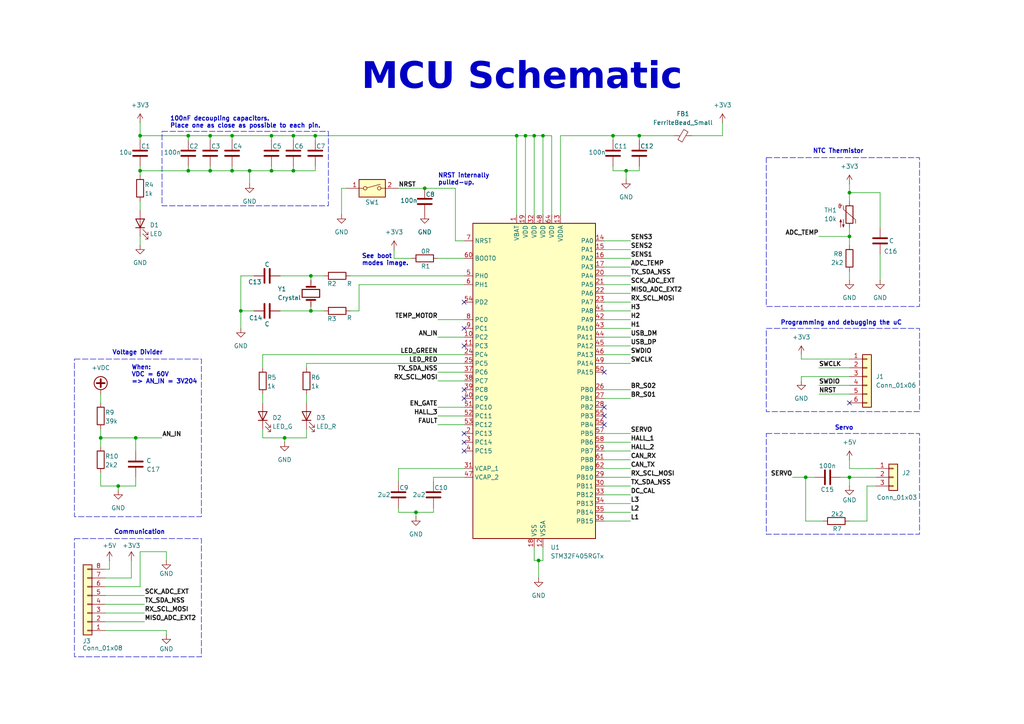
<source format=kicad_sch>
(kicad_sch (version 20231120) (generator "eeschema") (generator_version "8.0")
  (paper "A4")
  (title_block (title "MCU Schematic") (date "2025-01-09") (rev "rev_1") (company "Alpha Amps") (comment 1 "Choaib ELMADI") (comment 2 "choaibamd@gmail.com") (comment 3 "choaib3elmadi@gmail.com") (comment 4 "+212 643 241 400"))
  (lib_symbols
    (symbol "Connector_Generic:Conn_01x03" (pin_names (offset 1.016) hide)
      (property "Reference" "J" (at 0 5.08 0))
      (property "Value" "Conn_01x03" (at 0 -5.08 0))
      (symbol "Conn_01x03_1_1"
        (rectangle (start -1.27 -2.413) (end 0 -2.667) (stroke (width 0.1524)))
        (rectangle (start -1.27 0.127) (end 0 -0.127) (stroke (width 0.1524)))
        (rectangle (start -1.27 2.667) (end 0 2.413) (stroke (width 0.1524)))
        (rectangle (start -1.27 3.81) (end 1.27 -3.81) (stroke (width 0.254)) (fill (type background)))
        (pin passive line (at -5.08 2.54 0) (length 3.81) (name "Pin_1") (number "1"))
        (pin passive line (at -5.08 0 0) (length 3.81) (name "Pin_2") (number "2"))
        (pin passive line (at -5.08 -2.54 0) (length 3.81) (name "Pin_3") (number "3"))
      )
    )
    (symbol "Connector_Generic:Conn_01x06" (pin_names (offset 1.016) hide)
      (property "Reference" "J" (at 0 7.62 0))
      (property "Value" "Conn_01x06" (at 0 -10.16 0))
      (symbol "Conn_01x06_1_1"
        (rectangle (start -1.27 -7.493) (end 0 -7.747) (stroke (width 0.1524)))
        (rectangle (start -1.27 -4.953) (end 0 -5.207) (stroke (width 0.1524)))
        (rectangle (start -1.27 -2.413) (end 0 -2.667) (stroke (width 0.1524)))
        (rectangle (start -1.27 0.127) (end 0 -0.127) (stroke (width 0.1524)))
        (rectangle (start -1.27 2.667) (end 0 2.413) (stroke (width 0.1524)))
        (rectangle (start -1.27 5.207) (end 0 4.953) (stroke (width 0.1524)))
        (rectangle (start -1.27 6.35) (end 1.27 -8.89) (stroke (width 0.254)) (fill (type background)))
        (pin passive line (at -5.08 5.08 0) (length 3.81) (name "Pin_1") (number "1"))
        (pin passive line (at -5.08 2.54 0) (length 3.81) (name "Pin_2") (number "2"))
        (pin passive line (at -5.08 0 0) (length 3.81) (name "Pin_3") (number "3"))
        (pin passive line (at -5.08 -2.54 0) (length 3.81) (name "Pin_4") (number "4"))
        (pin passive line (at -5.08 -5.08 0) (length 3.81) (name "Pin_5") (number "5"))
        (pin passive line (at -5.08 -7.62 0) (length 3.81) (name "Pin_6") (number "6"))
      )
    )
    (symbol "Connector_Generic:Conn_01x08" (pin_names (offset 1.016) hide)
      (property "Reference" "J" (at 0 10.16 0))
      (property "Value" "Conn_01x08" (at 0 -12.7 0))
      (symbol "Conn_01x08_1_1"
        (rectangle (start -1.27 -10.033) (end 0 -10.287) (stroke (width 0.1524)))
        (rectangle (start -1.27 -7.493) (end 0 -7.747) (stroke (width 0.1524)))
        (rectangle (start -1.27 -4.953) (end 0 -5.207) (stroke (width 0.1524)))
        (rectangle (start -1.27 -2.413) (end 0 -2.667) (stroke (width 0.1524)))
        (rectangle (start -1.27 0.127) (end 0 -0.127) (stroke (width 0.1524)))
        (rectangle (start -1.27 2.667) (end 0 2.413) (stroke (width 0.1524)))
        (rectangle (start -1.27 5.207) (end 0 4.953) (stroke (width 0.1524)))
        (rectangle (start -1.27 7.747) (end 0 7.493) (stroke (width 0.1524)))
        (rectangle (start -1.27 8.89) (end 1.27 -11.43) (stroke (width 0.254)) (fill (type background)))
        (pin passive line (at -5.08 7.62 0) (length 3.81) (name "Pin_1") (number "1"))
        (pin passive line (at -5.08 5.08 0) (length 3.81) (name "Pin_2") (number "2"))
        (pin passive line (at -5.08 2.54 0) (length 3.81) (name "Pin_3") (number "3"))
        (pin passive line (at -5.08 0 0) (length 3.81) (name "Pin_4") (number "4"))
        (pin passive line (at -5.08 -2.54 0) (length 3.81) (name "Pin_5") (number "5"))
        (pin passive line (at -5.08 -5.08 0) (length 3.81) (name "Pin_6") (number "6"))
        (pin passive line (at -5.08 -7.62 0) (length 3.81) (name "Pin_7") (number "7"))
        (pin passive line (at -5.08 -10.16 0) (length 3.81) (name "Pin_8") (number "8"))
      )
    )
    (symbol "Device:C" (pin_numbers hide) (pin_names (offset 0.254))
      (property "Reference" "C" (at 0.635 2.54 0))
      (property "Value" "C" (at 0.635 -2.54 0))
      (symbol "C_0_1"
        (polyline (pts (xy -2.032 -0.762) (xy 2.032 -0.762)) (stroke (width 0.508)))
        (polyline (pts (xy -2.032 0.762) (xy 2.032 0.762)) (stroke (width 0.508)))
      )
      (symbol "C_1_1"
        (pin passive line (at 0 3.81 270) (length 2.794) (name "~") (number "1"))
        (pin passive line (at 0 -3.81 90) (length 2.794) (name "~") (number "2"))
      )
    )
    (symbol "Device:Crystal" (pin_numbers hide) (pin_names (offset 1.016) hide)
      (property "Reference" "Y" (at 0 3.81 0))
      (property "Value" "Crystal" (at 0 -3.81 0))
      (symbol "Crystal_0_1"
        (rectangle (start -1.143 2.54) (end 1.143 -2.54) (stroke (width 0.3048)))
        (polyline (pts (xy -2.54 0) (xy -1.905 0)))
        (polyline (pts (xy -1.905 -1.27) (xy -1.905 1.27)) (stroke (width 0.508)))
        (polyline (pts (xy 1.905 -1.27) (xy 1.905 1.27)) (stroke (width 0.508)))
        (polyline (pts (xy 2.54 0) (xy 1.905 0)))
      )
      (symbol "Crystal_1_1"
        (pin passive line (at -3.81 0 0) (length 1.27) (name "1") (number "1"))
        (pin passive line (at 3.81 0 180) (length 1.27) (name "2") (number "2"))
      )
    )
    (symbol "Device:FerriteBead_Small" (pin_numbers hide) (pin_names (offset 0))
      (property "Reference" "FB" (at 1.905 1.27 0))
      (property "Value" "FerriteBead_Small" (at 1.905 -1.27 0))
      (symbol "FerriteBead_Small_0_1"
        (polyline (pts (xy 0 -1.27) (xy 0 -0.7874)))
        (polyline (pts (xy 0 0.889) (xy 0 1.2954)))
        (polyline (pts (xy -1.8288 0.2794) (xy -1.1176 1.4986) (xy 1.8288 -0.2032) (xy 1.1176 -1.4224) (xy -1.8288 0.2794)))
      )
      (symbol "FerriteBead_Small_1_1"
        (pin passive line (at 0 2.54 270) (length 1.27) (name "~") (number "1"))
        (pin passive line (at 0 -2.54 90) (length 1.27) (name "~") (number "2"))
      )
    )
    (symbol "Device:LED" (pin_numbers hide) (pin_names (offset 1.016) hide)
      (property "Reference" "D" (at 0 2.54 0))
      (property "Value" "LED" (at 0 -2.54 0))
      (symbol "LED_0_1"
        (polyline (pts (xy -1.27 -1.27) (xy -1.27 1.27)) (stroke (width 0.254)))
        (polyline (pts (xy -1.27 0) (xy 1.27 0)))
        (polyline (pts (xy 1.27 -1.27) (xy 1.27 1.27) (xy -1.27 0) (xy 1.27 -1.27)) (stroke (width 0.254)))
        (polyline (pts (xy -3.048 -0.762) (xy -4.572 -2.286) (xy -3.81 -2.286) (xy -4.572 -2.286) (xy -4.572 -1.524)))
        (polyline (pts (xy -1.778 -0.762) (xy -3.302 -2.286) (xy -2.54 -2.286) (xy -3.302 -2.286) (xy -3.302 -1.524)))
      )
      (symbol "LED_1_1"
        (pin passive line (at -3.81 0 0) (length 2.54) (name "K") (number "1"))
        (pin passive line (at 3.81 0 180) (length 2.54) (name "A") (number "2"))
      )
    )
    (symbol "Device:R" (pin_numbers hide) (pin_names (offset 0))
      (property "Reference" "R" (at 2.032 0 90))
      (property "Value" "R" (at 0 0 90))
      (symbol "R_0_1"
        (rectangle (start -1.016 -2.54) (end 1.016 2.54) (stroke (width 0.254)))
      )
      (symbol "R_1_1"
        (pin passive line (at 0 3.81 270) (length 1.27) (name "~") (number "1"))
        (pin passive line (at 0 -3.81 90) (length 1.27) (name "~") (number "2"))
      )
    )
    (symbol "Device:Thermistor_NTC" (pin_numbers hide) (pin_names (offset 0))
      (property "Reference" "TH" (at -4.445 0 90))
      (property "Value" "Thermistor_NTC" (at 3.175 0 90))
      (symbol "Thermistor_NTC_0_1"
        (arc (start -3.048 2.159) (mid -3.0495 2.3143) (end -3.175 2.413))
        (arc (start -3.048 2.159) (mid -2.9736 1.9794) (end -2.794 1.905))
        (arc (start -3.048 2.794) (mid -2.9736 2.6144) (end -2.794 2.54))
        (arc (start -2.794 1.905) (mid -2.6144 1.9794) (end -2.54 2.159))
        (arc (start -2.794 2.54) (mid -2.4393 2.5587) (end -2.159 2.794))
        (arc (start -2.794 3.048) (mid -2.9736 2.9736) (end -3.048 2.794))
        (arc (start -2.54 2.794) (mid -2.6144 2.9736) (end -2.794 3.048))
        (rectangle (start -1.016 2.54) (end 1.016 -2.54) (stroke (width 0.254)))
        (polyline (pts (xy -2.54 2.159) (xy -2.54 2.794)))
        (polyline (pts (xy -1.778 2.54) (xy -1.778 1.524) (xy 1.778 -1.524) (xy 1.778 -2.54)))
        (polyline (pts (xy -2.54 -3.683) (xy -2.54 -1.397) (xy -2.794 -2.159) (xy -2.286 -2.159) (xy -2.54 -1.397) (xy -2.54 -1.651)) (fill (type outline)))
        (polyline (pts (xy -1.778 -1.397) (xy -1.778 -3.683) (xy -2.032 -2.921) (xy -1.524 -2.921) (xy -1.778 -3.683) (xy -1.778 -3.429)) (fill (type outline)))
      )
      (symbol "Thermistor_NTC_1_1"
        (pin passive line (at 0 3.81 270) (length 1.27) (name "~") (number "1"))
        (pin passive line (at 0 -3.81 90) (length 1.27) (name "~") (number "2"))
      )
    )
    (symbol "MCU_ST_STM32F4:STM32F405RGTx"
      (property "Reference" "U" (at -17.78 46.99 0))
      (property "Value" "STM32F405RGTx" (at 10.16 46.99 0))
      (symbol "STM32F405RGTx_0_1"
        (rectangle (start -17.78 -45.72) (end 17.78 45.72) (stroke (width 0.254)) (fill (type background)))
      )
      (symbol "STM32F405RGTx_1_1"
        (pin power_in line (at -5.08 48.26 270) (length 2.54) (name "VBAT") (number "1"))
        (pin bidirectional line (at -20.32 12.7 0) (length 2.54) (name "PC2") (number "10"))
        (pin bidirectional line (at -20.32 10.16 0) (length 2.54) (name "PC3") (number "11"))
        (pin power_in line (at 2.54 -48.26 90) (length 2.54) (name "VSSA") (number "12"))
        (pin power_in line (at 7.62 48.26 270) (length 2.54) (name "VDDA") (number "13"))
        (pin bidirectional line (at 20.32 40.64 180) (length 2.54) (name "PA0") (number "14"))
        (pin bidirectional line (at 20.32 38.1 180) (length 2.54) (name "PA1") (number "15"))
        (pin bidirectional line (at 20.32 35.56 180) (length 2.54) (name "PA2") (number "16"))
        (pin bidirectional line (at 20.32 33.02 180) (length 2.54) (name "PA3") (number "17"))
        (pin power_in line (at 0 -48.26 90) (length 2.54) (name "VSS") (number "18"))
        (pin power_in line (at -2.54 48.26 270) (length 2.54) (name "VDD") (number "19"))
        (pin bidirectional line (at -20.32 -15.24 0) (length 2.54) (name "PC13") (number "2"))
        (pin bidirectional line (at 20.32 30.48 180) (length 2.54) (name "PA4") (number "20"))
        (pin bidirectional line (at 20.32 27.94 180) (length 2.54) (name "PA5") (number "21"))
        (pin bidirectional line (at 20.32 25.4 180) (length 2.54) (name "PA6") (number "22"))
        (pin bidirectional line (at 20.32 22.86 180) (length 2.54) (name "PA7") (number "23"))
        (pin bidirectional line (at -20.32 7.62 0) (length 2.54) (name "PC4") (number "24"))
        (pin bidirectional line (at -20.32 5.08 0) (length 2.54) (name "PC5") (number "25"))
        (pin bidirectional line (at 20.32 -2.54 180) (length 2.54) (name "PB0") (number "26"))
        (pin bidirectional line (at 20.32 -5.08 180) (length 2.54) (name "PB1") (number "27"))
        (pin bidirectional line (at 20.32 -7.62 180) (length 2.54) (name "PB2") (number "28"))
        (pin bidirectional line (at 20.32 -27.94 180) (length 2.54) (name "PB10") (number "29"))
        (pin bidirectional line (at -20.32 -17.78 0) (length 2.54) (name "PC14") (number "3"))
        (pin bidirectional line (at 20.32 -30.48 180) (length 2.54) (name "PB11") (number "30"))
        (pin power_out line (at -20.32 -25.4 0) (length 2.54) (name "VCAP_1") (number "31"))
        (pin power_in line (at 0 48.26 270) (length 2.54) (name "VDD") (number "32"))
        (pin bidirectional line (at 20.32 -33.02 180) (length 2.54) (name "PB12") (number "33"))
        (pin bidirectional line (at 20.32 -35.56 180) (length 2.54) (name "PB13") (number "34"))
        (pin bidirectional line (at 20.32 -38.1 180) (length 2.54) (name "PB14") (number "35"))
        (pin bidirectional line (at 20.32 -40.64 180) (length 2.54) (name "PB15") (number "36"))
        (pin bidirectional line (at -20.32 2.54 0) (length 2.54) (name "PC6") (number "37"))
        (pin bidirectional line (at -20.32 0 0) (length 2.54) (name "PC7") (number "38"))
        (pin bidirectional line (at -20.32 -2.54 0) (length 2.54) (name "PC8") (number "39"))
        (pin bidirectional line (at -20.32 -20.32 0) (length 2.54) (name "PC15") (number "4"))
        (pin bidirectional line (at -20.32 -5.08 0) (length 2.54) (name "PC9") (number "40"))
        (pin bidirectional line (at 20.32 20.32 180) (length 2.54) (name "PA8") (number "41"))
        (pin bidirectional line (at 20.32 17.78 180) (length 2.54) (name "PA9") (number "42"))
        (pin bidirectional line (at 20.32 15.24 180) (length 2.54) (name "PA10") (number "43"))
        (pin bidirectional line (at 20.32 12.7 180) (length 2.54) (name "PA11") (number "44"))
        (pin bidirectional line (at 20.32 10.16 180) (length 2.54) (name "PA12") (number "45"))
        (pin bidirectional line (at 20.32 7.62 180) (length 2.54) (name "PA13") (number "46"))
        (pin power_out line (at -20.32 -27.94 0) (length 2.54) (name "VCAP_2") (number "47"))
        (pin power_in line (at 2.54 48.26 270) (length 2.54) (name "VDD") (number "48"))
        (pin bidirectional line (at 20.32 5.08 180) (length 2.54) (name "PA14") (number "49"))
        (pin bidirectional line (at -20.32 30.48 0) (length 2.54) (name "PH0") (number "5"))
        (pin bidirectional line (at 20.32 2.54 180) (length 2.54) (name "PA15") (number "50"))
        (pin bidirectional line (at -20.32 -7.62 0) (length 2.54) (name "PC10") (number "51"))
        (pin bidirectional line (at -20.32 -10.16 0) (length 2.54) (name "PC11") (number "52"))
        (pin bidirectional line (at -20.32 -12.7 0) (length 2.54) (name "PC12") (number "53"))
        (pin bidirectional line (at -20.32 22.86 0) (length 2.54) (name "PD2") (number "54"))
        (pin bidirectional line (at 20.32 -10.16 180) (length 2.54) (name "PB3") (number "55"))
        (pin bidirectional line (at 20.32 -12.7 180) (length 2.54) (name "PB4") (number "56"))
        (pin bidirectional line (at 20.32 -15.24 180) (length 2.54) (name "PB5") (number "57"))
        (pin bidirectional line (at 20.32 -17.78 180) (length 2.54) (name "PB6") (number "58"))
        (pin bidirectional line (at 20.32 -20.32 180) (length 2.54) (name "PB7") (number "59"))
        (pin bidirectional line (at -20.32 27.94 0) (length 2.54) (name "PH1") (number "6"))
        (pin input line (at -20.32 35.56 0) (length 2.54) (name "BOOT0") (number "60"))
        (pin bidirectional line (at 20.32 -22.86 180) (length 2.54) (name "PB8") (number "61"))
        (pin bidirectional line (at 20.32 -25.4 180) (length 2.54) (name "PB9") (number "62"))
        (pin passive line (at 0 -48.26 90) (length 2.54) hide (name "VSS") (number "63"))
        (pin power_in line (at 5.08 48.26 270) (length 2.54) (name "VDD") (number "64"))
        (pin input line (at -20.32 40.64 0) (length 2.54) (name "NRST") (number "7"))
        (pin bidirectional line (at -20.32 17.78 0) (length 2.54) (name "PC0") (number "8"))
        (pin bidirectional line (at -20.32 15.24 0) (length 2.54) (name "PC1") (number "9"))
      )
    )
    (symbol "Switch:SW_DIP_x01" (pin_names (offset 0) hide)
      (property "Reference" "SW" (at 0 3.81 0))
      (property "Value" "SW_DIP_x01" (at 0 -3.81 0))
      (symbol "SW_DIP_x01_0_0"
        (circle (center -2.032 0) (radius 0.508))
        (polyline (pts (xy -1.524 0.127) (xy 2.3622 1.1684)))
        (circle (center 2.032 0) (radius 0.508))
      )
      (symbol "SW_DIP_x01_0_1"
        (rectangle (start -3.81 2.54) (end 3.81 -2.54) (stroke (width 0.254)) (fill (type background)))
      )
      (symbol "SW_DIP_x01_1_1"
        (pin passive line (at -7.62 0 0) (length 5.08) (name "~") (number "1"))
        (pin passive line (at 7.62 0 180) (length 5.08) (name "~") (number "2"))
      )
    )
    (symbol "power:+3V3" (power) (pin_numbers hide) (pin_names (offset 0) hide)
      (property "Value" "+3V3" (at 0 3.556 0))
      (symbol "+3V3_0_1"
        (polyline (pts (xy -0.762 1.27) (xy 0 2.54)))
        (polyline (pts (xy 0 0) (xy 0 2.54)))
        (polyline (pts (xy 0 2.54) (xy 0.762 1.27)))
      )
      (symbol "+3V3_1_1"
        (pin power_in line (at 0 0 90) (length 0) (name "~") (number "1"))
      )
    )
    (symbol "power:+5V" (power) (pin_numbers hide) (pin_names (offset 0) hide)
      (property "Value" "+5V" (at 0 3.556 0))
      (symbol "+5V_0_1"
        (polyline (pts (xy -0.762 1.27) (xy 0 2.54)))
        (polyline (pts (xy 0 0) (xy 0 2.54)))
        (polyline (pts (xy 0 2.54) (xy 0.762 1.27)))
      )
      (symbol "+5V_1_1"
        (pin power_in line (at 0 0 90) (length 0) (name "~") (number "1"))
      )
    )
    (symbol "power:+VDC" (power) (pin_numbers hide) (pin_names (offset 0) hide)
      (property "Value" "+VDC" (at 0 6.35 0))
      (symbol "+VDC_0_1"
        (polyline (pts (xy -1.143 3.175) (xy 1.143 3.175)) (stroke (width 0.508)))
        (polyline (pts (xy 0 0) (xy 0 1.27)))
        (polyline (pts (xy 0 2.032) (xy 0 4.318)) (stroke (width 0.508)))
        (circle (center 0 3.175) (radius 1.905) (stroke (width 0.254)))
      )
      (symbol "+VDC_1_1"
        (pin power_in line (at 0 0 90) (length 0) (name "~") (number "1"))
      )
    )
    (symbol "power:GND" (power) (pin_numbers hide) (pin_names (offset 0) hide)
      (property "Value" "GND" (at 0 -3.81 0))
      (symbol "GND_0_1"
        (polyline (pts (xy 0 0) (xy 0 -1.27) (xy 1.27 -1.27) (xy 0 -2.54) (xy -1.27 -1.27) (xy 0 -1.27)))
      )
      (symbol "GND_1_1"
        (pin power_in line (at 0 0 270) (length 0) (name "~") (number "1"))
      )
    )
  )
  (junction (at 40.64 49.53))
  (junction (at 123.19 54.61))
  (junction (at 85.09 39.37))
  (junction (at 78.74 49.53))
  (junction (at 246.38 55.88))
  (junction (at 246.38 68.58))
  (junction (at 54.61 49.53))
  (junction (at 78.74 39.37))
  (junction (at 154.94 39.37))
  (junction (at 82.55 127))
  (junction (at 157.48 39.37))
  (junction (at 181.61 49.53))
  (junction (at 67.31 39.37))
  (junction (at 72.39 49.53))
  (junction (at 177.8 39.37))
  (junction (at 39.37 127))
  (junction (at 120.65 148.59))
  (junction (at 90.17 90.17))
  (junction (at 29.21 127))
  (junction (at 54.61 39.37))
  (junction (at 90.17 80.01))
  (junction (at 156.21 162.56))
  (junction (at 69.85 90.17))
  (junction (at 40.64 39.37))
  (junction (at 91.44 39.37))
  (junction (at 60.96 39.37))
  (junction (at 149.86 39.37))
  (junction (at 85.09 49.53))
  (junction (at 67.31 49.53))
  (junction (at 34.29 140.97))
  (junction (at 246.38 138.43))
  (junction (at 185.42 39.37))
  (junction (at 60.96 49.53))
  (junction (at 152.4 39.37))
  (junction (at 233.68 138.43))
  (no_connect (at 134.62 125.73))
  (no_connect (at 175.26 118.11))
  (no_connect (at 134.62 113.03))
  (no_connect (at 175.26 120.65))
  (no_connect (at 134.62 128.27))
  (no_connect (at 175.26 107.95))
  (no_connect (at 134.62 87.63))
  (no_connect (at 134.62 100.33))
  (no_connect (at 175.26 123.19))
  (no_connect (at 134.62 95.25))
  (no_connect (at 134.62 130.81))
  (no_connect (at 134.62 115.57))
  (no_connect (at 246.38 116.84))
  (wire (pts (xy 246.38 68.58) (xy 246.38 71.12)))
  (wire (pts (xy 30.48 172.72) (xy 41.91 172.72)))
  (wire (pts (xy 182.88 143.51) (xy 175.26 143.51)))
  (wire (pts (xy 114.3 72.39) (xy 114.3 74.93)))
  (wire (pts (xy 157.48 162.56) (xy 157.48 158.75)))
  (wire (pts (xy 78.74 39.37) (xy 85.09 39.37)))
  (wire (pts (xy 40.64 49.53) (xy 40.64 48.26)))
  (wire (pts (xy 48.26 182.88) (xy 48.26 184.15)))
  (wire (pts (xy 90.17 90.17) (xy 90.17 88.9)))
  (wire (pts (xy 182.88 133.35) (xy 175.26 133.35)))
  (wire (pts (xy 185.42 39.37) (xy 195.58 39.37)))
  (wire (pts (xy 182.88 148.59) (xy 175.26 148.59)))
  (wire (pts (xy 134.62 97.79) (xy 127 97.79)))
  (wire (pts (xy 125.73 139.7) (xy 125.73 138.43)))
  (wire (pts (xy 157.48 39.37) (xy 157.48 62.23)))
  (wire (pts (xy 255.27 66.04) (xy 255.27 55.88)))
  (wire (pts (xy 246.38 55.88) (xy 246.38 58.42)))
  (wire (pts (xy 134.62 92.71) (xy 127 92.71)))
  (wire (pts (xy 182.88 130.81) (xy 175.26 130.81)))
  (wire (pts (xy 175.26 80.01) (xy 182.88 80.01)))
  (wire (pts (xy 40.64 39.37) (xy 54.61 39.37)))
  (wire (pts (xy 40.64 39.37) (xy 40.64 40.64)))
  (wire (pts (xy 246.38 104.14) (xy 232.41 104.14)))
  (wire (pts (xy 34.29 140.97) (xy 39.37 140.97)))
  (wire (pts (xy 54.61 39.37) (xy 54.61 40.64)))
  (wire (pts (xy 185.42 40.64) (xy 185.42 39.37)))
  (wire (pts (xy 182.88 115.57) (xy 175.26 115.57)))
  (wire (pts (xy 60.96 49.53) (xy 67.31 49.53)))
  (wire (pts (xy 157.48 39.37) (xy 160.02 39.37)))
  (wire (pts (xy 82.55 127) (xy 82.55 128.27)))
  (wire (pts (xy 60.96 48.26) (xy 60.96 49.53)))
  (wire (pts (xy 29.21 114.3) (xy 29.21 116.84)))
  (wire (pts (xy 255.27 55.88) (xy 246.38 55.88)))
  (wire (pts (xy 182.88 125.73) (xy 175.26 125.73)))
  (wire (pts (xy 101.6 90.17) (xy 104.14 90.17)))
  (wire (pts (xy 40.64 49.53) (xy 54.61 49.53)))
  (wire (pts (xy 182.88 92.71) (xy 175.26 92.71)))
  (wire (pts (xy 182.88 69.85) (xy 175.26 69.85)))
  (wire (pts (xy 60.96 40.64) (xy 60.96 39.37)))
  (wire (pts (xy 99.06 54.61) (xy 99.06 62.23)))
  (wire (pts (xy 182.88 138.43) (xy 175.26 138.43)))
  (wire (pts (xy 115.57 54.61) (xy 123.19 54.61)))
  (wire (pts (xy 81.28 90.17) (xy 90.17 90.17)))
  (wire (pts (xy 76.2 114.3) (xy 76.2 116.84)))
  (wire (pts (xy 229.87 138.43) (xy 233.68 138.43)))
  (wire (pts (xy 182.88 135.89) (xy 175.26 135.89)))
  (wire (pts (xy 91.44 39.37) (xy 149.86 39.37)))
  (wire (pts (xy 104.14 90.17) (xy 104.14 82.55)))
  (wire (pts (xy 54.61 39.37) (xy 60.96 39.37)))
  (wire (pts (xy 246.38 53.34) (xy 246.38 55.88)))
  (wire (pts (xy 82.55 127) (xy 88.9 127)))
  (wire (pts (xy 149.86 39.37) (xy 152.4 39.37)))
  (wire (pts (xy 114.3 74.93) (xy 119.38 74.93)))
  (wire (pts (xy 91.44 40.64) (xy 91.44 39.37)))
  (wire (pts (xy 254 135.89) (xy 246.38 135.89)))
  (wire (pts (xy 246.38 109.22) (xy 232.41 109.22)))
  (wire (pts (xy 85.09 39.37) (xy 91.44 39.37)))
  (wire (pts (xy 177.8 39.37) (xy 185.42 39.37)))
  (wire (pts (xy 134.62 123.19) (xy 127 123.19)))
  (wire (pts (xy 175.26 87.63) (xy 182.88 87.63)))
  (wire (pts (xy 39.37 127) (xy 46.99 127)))
  (wire (pts (xy 85.09 40.64) (xy 85.09 39.37)))
  (wire (pts (xy 181.61 49.53) (xy 185.42 49.53)))
  (wire (pts (xy 100.33 54.61) (xy 99.06 54.61)))
  (wire (pts (xy 78.74 49.53) (xy 85.09 49.53)))
  (wire (pts (xy 255.27 73.66) (xy 255.27 81.28)))
  (wire (pts (xy 78.74 48.26) (xy 78.74 49.53)))
  (wire (pts (xy 177.8 39.37) (xy 162.56 39.37)))
  (wire (pts (xy 40.64 35.56) (xy 40.64 39.37)))
  (wire (pts (xy 182.88 95.25) (xy 175.26 95.25)))
  (wire (pts (xy 243.84 138.43) (xy 246.38 138.43)))
  (wire (pts (xy 30.48 180.34) (xy 41.91 180.34)))
  (wire (pts (xy 175.26 82.55) (xy 182.88 82.55)))
  (wire (pts (xy 39.37 130.81) (xy 39.37 127)))
  (wire (pts (xy 156.21 162.56) (xy 157.48 162.56)))
  (wire (pts (xy 81.28 80.01) (xy 90.17 80.01)))
  (wire (pts (xy 246.38 138.43) (xy 246.38 140.97)))
  (wire (pts (xy 246.38 133.35) (xy 246.38 135.89)))
  (wire (pts (xy 31.75 165.1) (xy 30.48 165.1)))
  (wire (pts (xy 69.85 90.17) (xy 73.66 90.17)))
  (wire (pts (xy 78.74 40.64) (xy 78.74 39.37)))
  (wire (pts (xy 104.14 82.55) (xy 134.62 82.55)))
  (wire (pts (xy 67.31 39.37) (xy 78.74 39.37)))
  (wire (pts (xy 175.26 90.17) (xy 182.88 90.17)))
  (wire (pts (xy 69.85 80.01) (xy 69.85 90.17)))
  (wire (pts (xy 29.21 124.46) (xy 29.21 127)))
  (wire (pts (xy 40.64 68.58) (xy 40.64 71.12)))
  (wire (pts (xy 134.62 118.11) (xy 127 118.11)))
  (wire (pts (xy 115.57 148.59) (xy 120.65 148.59)))
  (wire (pts (xy 156.21 162.56) (xy 156.21 167.64)))
  (wire (pts (xy 182.88 128.27) (xy 175.26 128.27)))
  (wire (pts (xy 177.8 49.53) (xy 181.61 49.53)))
  (wire (pts (xy 233.68 151.13) (xy 233.68 138.43)))
  (wire (pts (xy 182.88 74.93) (xy 175.26 74.93)))
  (wire (pts (xy 251.46 140.97) (xy 251.46 151.13)))
  (wire (pts (xy 182.88 140.97) (xy 175.26 140.97)))
  (wire (pts (xy 76.2 102.87) (xy 134.62 102.87)))
  (wire (pts (xy 182.88 72.39) (xy 175.26 72.39)))
  (wire (pts (xy 162.56 39.37) (xy 162.56 62.23)))
  (wire (pts (xy 88.9 105.41) (xy 134.62 105.41)))
  (wire (pts (xy 132.08 69.85) (xy 134.62 69.85)))
  (wire (pts (xy 30.48 175.26) (xy 41.91 175.26)))
  (wire (pts (xy 237.49 68.58) (xy 246.38 68.58)))
  (wire (pts (xy 40.64 58.42) (xy 40.64 60.96)))
  (wire (pts (xy 38.1 162.56) (xy 38.1 167.64)))
  (wire (pts (xy 115.57 139.7) (xy 115.57 135.89)))
  (wire (pts (xy 30.48 170.18) (xy 40.64 170.18)))
  (wire (pts (xy 40.64 160.02) (xy 48.26 160.02)))
  (wire (pts (xy 177.8 48.26) (xy 177.8 49.53)))
  (wire (pts (xy 233.68 138.43) (xy 236.22 138.43)))
  (wire (pts (xy 29.21 137.16) (xy 29.21 140.97)))
  (wire (pts (xy 134.62 107.95) (xy 127 107.95)))
  (wire (pts (xy 182.88 105.41) (xy 175.26 105.41)))
  (wire (pts (xy 237.49 111.76) (xy 246.38 111.76)))
  (wire (pts (xy 182.88 146.05) (xy 175.26 146.05)))
  (wire (pts (xy 88.9 106.68) (xy 88.9 105.41)))
  (wire (pts (xy 76.2 127) (xy 82.55 127)))
  (wire (pts (xy 90.17 80.01) (xy 90.17 81.28)))
  (wire (pts (xy 115.57 147.32) (xy 115.57 148.59)))
  (wire (pts (xy 154.94 162.56) (xy 156.21 162.56)))
  (wire (pts (xy 67.31 49.53) (xy 72.39 49.53)))
  (wire (pts (xy 85.09 48.26) (xy 85.09 49.53)))
  (wire (pts (xy 90.17 80.01) (xy 93.98 80.01)))
  (wire (pts (xy 237.49 106.68) (xy 246.38 106.68)))
  (wire (pts (xy 254 138.43) (xy 246.38 138.43)))
  (wire (pts (xy 182.88 151.13) (xy 175.26 151.13)))
  (wire (pts (xy 232.41 102.87) (xy 232.41 104.14)))
  (wire (pts (xy 152.4 39.37) (xy 154.94 39.37)))
  (wire (pts (xy 48.26 160.02) (xy 48.26 162.56)))
  (wire (pts (xy 85.09 49.53) (xy 91.44 49.53)))
  (wire (pts (xy 246.38 66.04) (xy 246.38 68.58)))
  (wire (pts (xy 182.88 102.87) (xy 175.26 102.87)))
  (wire (pts (xy 30.48 167.64) (xy 38.1 167.64)))
  (wire (pts (xy 182.88 100.33) (xy 175.26 100.33)))
  (wire (pts (xy 31.75 162.56) (xy 31.75 165.1)))
  (wire (pts (xy 246.38 78.74) (xy 246.38 81.28)))
  (wire (pts (xy 60.96 39.37) (xy 67.31 39.37)))
  (wire (pts (xy 40.64 49.53) (xy 40.64 50.8)))
  (wire (pts (xy 233.68 151.13) (xy 238.76 151.13)))
  (wire (pts (xy 125.73 138.43) (xy 134.62 138.43)))
  (wire (pts (xy 30.48 177.8) (xy 41.91 177.8)))
  (wire (pts (xy 29.21 140.97) (xy 34.29 140.97)))
  (wire (pts (xy 67.31 40.64) (xy 67.31 39.37)))
  (wire (pts (xy 152.4 39.37) (xy 152.4 62.23)))
  (wire (pts (xy 30.48 182.88) (xy 48.26 182.88)))
  (wire (pts (xy 54.61 48.26) (xy 54.61 49.53)))
  (wire (pts (xy 91.44 49.53) (xy 91.44 48.26)))
  (wire (pts (xy 88.9 124.46) (xy 88.9 127)))
  (wire (pts (xy 175.26 85.09) (xy 182.88 85.09)))
  (wire (pts (xy 40.64 160.02) (xy 40.64 170.18)))
  (wire (pts (xy 232.41 109.22) (xy 232.41 110.49)))
  (wire (pts (xy 67.31 48.26) (xy 67.31 49.53)))
  (wire (pts (xy 88.9 114.3) (xy 88.9 116.84)))
  (wire (pts (xy 154.94 158.75) (xy 154.94 162.56)))
  (wire (pts (xy 120.65 148.59) (xy 120.65 149.86)))
  (wire (pts (xy 69.85 90.17) (xy 69.85 95.25)))
  (wire (pts (xy 72.39 49.53) (xy 72.39 53.34)))
  (wire (pts (xy 149.86 62.23) (xy 149.86 39.37)))
  (wire (pts (xy 177.8 40.64) (xy 177.8 39.37)))
  (wire (pts (xy 182.88 97.79) (xy 175.26 97.79)))
  (wire (pts (xy 185.42 48.26) (xy 185.42 49.53)))
  (wire (pts (xy 101.6 80.01) (xy 134.62 80.01)))
  (wire (pts (xy 209.55 35.56) (xy 209.55 39.37)))
  (wire (pts (xy 115.57 135.89) (xy 134.62 135.89)))
  (wire (pts (xy 72.39 49.53) (xy 78.74 49.53)))
  (wire (pts (xy 76.2 124.46) (xy 76.2 127)))
  (wire (pts (xy 251.46 151.13) (xy 246.38 151.13)))
  (wire (pts (xy 182.88 77.47) (xy 175.26 77.47)))
  (wire (pts (xy 154.94 39.37) (xy 154.94 62.23)))
  (wire (pts (xy 54.61 49.53) (xy 60.96 49.53)))
  (wire (pts (xy 181.61 49.53) (xy 181.61 52.07)))
  (wire (pts (xy 154.94 39.37) (xy 157.48 39.37)))
  (wire (pts (xy 39.37 127) (xy 29.21 127)))
  (wire (pts (xy 123.19 54.61) (xy 132.08 54.61)))
  (wire (pts (xy 69.85 80.01) (xy 73.66 80.01)))
  (wire (pts (xy 160.02 39.37) (xy 160.02 62.23)))
  (wire (pts (xy 254 140.97) (xy 251.46 140.97)))
  (wire (pts (xy 76.2 106.68) (xy 76.2 102.87)))
  (wire (pts (xy 134.62 120.65) (xy 127 120.65)))
  (wire (pts (xy 237.49 114.3) (xy 246.38 114.3)))
  (wire (pts (xy 29.21 127) (xy 29.21 129.54)))
  (wire (pts (xy 200.66 39.37) (xy 209.55 39.37)))
  (wire (pts (xy 134.62 110.49) (xy 127 110.49)))
  (wire (pts (xy 39.37 140.97) (xy 39.37 138.43)))
  (wire (pts (xy 125.73 148.59) (xy 125.73 147.32)))
  (wire (pts (xy 90.17 90.17) (xy 93.98 90.17)))
  (wire (pts (xy 127 74.93) (xy 134.62 74.93)))
  (wire (pts (xy 182.88 113.03) (xy 175.26 113.03)))
  (wire (pts (xy 120.65 148.59) (xy 125.73 148.59)))
  (wire (pts (xy 34.29 140.97) (xy 34.29 142.24)))
  (wire (pts (xy 132.08 54.61) (xy 132.08 69.85)))
  (rectangle (start 222.25 125.73) (end 266.7 154.94) (stroke (width 0) (type dash)))
  (rectangle (start 21.59 104.14) (end 58.42 149.86) (stroke (width 0) (type dash)))
  (rectangle (start 222.25 45.72) (end 266.7 88.9) (stroke (width 0) (type dash)))
  (rectangle (start 46.99 38.1) (end 95.25 59.69) (stroke (width 0) (type dash)))
  (rectangle (start 21.59 156.21) (end 58.42 190.5) (stroke (width 0) (type dash)))
  (rectangle (start 222.25 95.25) (end 266.7 119.38) (stroke (width 0) (type dash)))
  (text "Programming and debugging the uC" (at 226.314 92.964 0) (effects (font (size 1.27 1.27) (thickness 0.254) (bold yes)) (justify left top)))
  (text "Communication" (at 33.02 153.67 0) (effects (font (size 1.27 1.27) (thickness 0.254) (bold yes)) (justify left top)))
  (text "Servo" (at 242.062 123.444 0) (effects (font (size 1.27 1.27) (thickness 0.254) (bold yes)) (justify left top)))
  (text "100nF decoupling capacitors.\nPlace one as close as possible to each pin." (at 49.276 33.782 0) (effects (font (size 1.27 1.27) (thickness 0.254) (bold yes)) (justify left top)))
  (text "NTC Thermistor" (at 235.712 43.18 0) (effects (font (size 1.27 1.27) (thickness 0.254) (bold yes)) (justify left top)))
  (text "See boot\nmodes image." (at 104.902 73.66 0) (effects (font (size 1.27 1.27) (thickness 0.254) (bold yes)) (justify left top)))
  (text "${TITLE}" (at 151.384 20.066 0) (effects (font (size 7.62 7.62) (bold yes)) (justify top)))
  (text "Voltage Divider" (at 32.512 101.6 0) (effects (font (size 1.27 1.27) (thickness 0.254) (bold yes)) (justify left top)))
  (text "NRST internally\npulled-up." (at 127 50.292 0) (effects (font (size 1.27 1.27) (thickness 0.254) (bold yes)) (justify left top)))
  (text "When:\nVDC = 60V\n=> AN_IN = 3V204" (at 38.1 105.918 0) (effects (font (size 1.27 1.27) (thickness 0.254) (bold yes)) (justify left top)))
  (label "HALL_1" (at 182.88 128.27 0) (effects (font (thickness 0.254) (bold yes))))
  (label "H3" (at 182.88 90.17 0) (effects (font (thickness 0.254) (bold yes))))
  (label "FAULT" (at 127 123.19 180) (effects (font (thickness 0.254) (bold yes))))
  (label "USB_DM" (at 182.88 97.79 0) (effects (font (thickness 0.254) (bold yes))))
  (label "RX_SCL_MOSI" (at 182.88 138.43 0) (effects (font (thickness 0.254) (bold yes))))
  (label "LED_GREEN" (at 127 102.87 180) (effects (font (thickness 0.254) (bold yes))))
  (label "EN_GATE" (at 127 118.11 180) (effects (font (thickness 0.254) (bold yes))))
  (label "TX_SDA_NSS" (at 182.88 140.97 0) (effects (font (thickness 0.254) (bold yes))))
  (label "RX_SCL_MOSI" (at 41.91 177.8 0) (effects (font (thickness 0.254) (bold yes))))
  (label "SENS2" (at 182.88 72.39 0) (effects (font (thickness 0.254) (bold yes))))
  (label "NRST" (at 115.57 54.61 0) (effects (font (thickness 0.254) (bold yes))))
  (label "L3" (at 182.88 146.05 0) (effects (font (thickness 0.254) (bold yes))))
  (label "DC_CAL" (at 182.88 143.51 0) (effects (font (thickness 0.254) (bold yes))))
  (label "AN_IN" (at 127 97.79 180) (effects (font (thickness 0.254) (bold yes))))
  (label "SCK_ADC_EXT" (at 41.91 172.72 0) (effects (font (thickness 0.254) (bold yes))))
  (label "SCK_ADC_EXT" (at 182.88 82.55 0) (effects (font (thickness 0.254) (bold yes))))
  (label "RX_SCL_MOSI" (at 127 110.49 180) (effects (font (thickness 0.254) (bold yes))))
  (label "AN_IN" (at 46.99 127 0) (effects (font (thickness 0.254) (bold yes))))
  (label "BR_S01" (at 182.88 115.57 0) (effects (font (thickness 0.254) (bold yes))))
  (label "TX_SDA_NSS" (at 127 107.95 180) (effects (font (thickness 0.254) (bold yes))))
  (label "BR_S02" (at 182.88 113.03 0) (effects (font (thickness 0.254) (bold yes))))
  (label "SWDIO" (at 237.49 111.76 0) (effects (font (thickness 0.254) (bold yes))))
  (label "SENS3" (at 182.88 69.85 0) (effects (font (thickness 0.254) (bold yes))))
  (label "ADC_TEMP" (at 182.88 77.47 0) (effects (font (thickness 0.254) (bold yes))))
  (label "L2" (at 182.88 148.59 0) (effects (font (thickness 0.254) (bold yes))))
  (label "H1" (at 182.88 95.25 0) (effects (font (thickness 0.254) (bold yes))))
  (label "SERVO" (at 182.88 125.73 0) (effects (font (thickness 0.254) (bold yes))))
  (label "TEMP_MOTOR" (at 127 92.71 180) (effects (font (thickness 0.254) (bold yes))))
  (label "SERVO" (at 229.87 138.43 180) (effects (font (thickness 0.254) (bold yes))))
  (label "SWCLK" (at 237.49 106.68 0) (effects (font (thickness 0.254) (bold yes))))
  (label "HALL_2" (at 182.88 130.81 0) (effects (font (thickness 0.254) (bold yes))))
  (label "H2" (at 182.88 92.71 0) (effects (font (thickness 0.254) (bold yes))))
  (label "TX_SDA_NSS" (at 182.88 80.01 0) (effects (font (thickness 0.254) (bold yes))))
  (label "CAN_TX" (at 182.88 135.89 0) (effects (font (thickness 0.254) (bold yes))))
  (label "HALL_3" (at 127 120.65 180) (effects (font (thickness 0.254) (bold yes))))
  (label "NRST" (at 237.49 114.3 0) (effects (font (thickness 0.254) (bold yes))))
  (label "SWCLK" (at 182.88 105.41 0) (effects (font (thickness 0.254) (bold yes))))
  (label "ADC_TEMP" (at 237.49 68.58 180) (effects (font (thickness 0.254) (bold yes))))
  (label "MISO_ADC_EXT2" (at 41.91 180.34 0) (effects (font (thickness 0.254) (bold yes))))
  (label "L1" (at 182.88 151.13 0) (effects (font (thickness 0.254) (bold yes))))
  (label "USB_DP" (at 182.88 100.33 0) (effects (font (thickness 0.254) (bold yes))))
  (label "TX_SDA_NSS" (at 41.91 175.26 0) (effects (font (thickness 0.254) (bold yes))))
  (label "CAN_RX" (at 182.88 133.35 0) (effects (font (thickness 0.254) (bold yes))))
  (label "SENS1" (at 182.88 74.93 0) (effects (font (thickness 0.254) (bold yes))))
  (label "LED_RED" (at 127 105.41 180) (effects (font (thickness 0.254) (bold yes))))
  (label "RX_SCL_MOSI" (at 182.88 87.63 0) (effects (font (thickness 0.254) (bold yes))))
  (label "SWDIO" (at 182.88 102.87 0) (effects (font (thickness 0.254) (bold yes))))
  (label "MISO_ADC_EXT2" (at 182.88 85.09 0) (effects (font (thickness 0.254) (bold yes))))
  (symbol (lib_id "Device:R") (at 88.9 110.49 0) (unit 1)
    (property "Reference" "R6" (at 90.17 109.474 0) (effects (justify left)))
    (property "Value" "1k" (at 90.17 112.014 0) (effects (justify left)))
    (property "Description" "Resistor" (effects (hide yes)))
  )
  (symbol (lib_id "Connector_Generic:Conn_01x06") (at 251.46 109.22 0) (unit 1)
    (property "Reference" "J1" (at 254 109.2199 0) (effects (justify left)))
    (property "Value" "Conn_01x06" (at 254 111.7599 0) (effects (justify left)))
    (property "Description" "Generic connector, single row, 01x06, script generated (kicad-library-utils/schlib/autogen/connector/)" (effects (hide yes)))
  )
  (symbol (lib_id "Device:R") (at 29.21 120.65 0) (unit 1)
    (property "Reference" "R9" (at 30.48 119.634 0) (effects (justify left)))
    (property "Value" "39k" (at 30.48 122.174 0) (effects (justify left)))
    (property "Description" "Resistor" (effects (hide yes)))
  )
  (symbol (lib_id "power:GND") (at 246.38 140.97 0) (unit 1)
    (property "Reference" "#PWR016" (effects (hide yes)))
    (property "Value" "GND" (at 246.38 145.034 0))
    (property "Description" "Power symbol creates a global label with name \"GND\" , ground" (effects (hide yes)))
  )
  (symbol (lib_id "power:+5V") (at 246.38 133.35 0) (unit 1)
    (property "Reference" "#PWR015" (effects (hide yes)))
    (property "Value" "+5V" (at 246.38 128.27 0))
    (property "Description" "Power symbol creates a global label with name \"+5V\"" (effects (hide yes)))
  )
  (symbol (lib_id "MCU_ST_STM32F4:STM32F405RGTx") (at 154.94 110.49 0) (unit 1)
    (property "Reference" "U1" (at 159.6741 158.75 0) (effects (justify left)))
    (property "Value" "STM32F405RGTx" (at 159.6741 161.29 0) (effects (justify left)))
    (property "Footprint" "Package_QFP:LQFP-64_10x10mm_P0.5mm" (effects (hide yes)))
    (property "Datasheet" "https://www.st.com/resource/en/datasheet/stm32f405rg.pdf" (effects (hide yes)))
    (property "Description" "STMicroelectronics Arm Cortex-M4 MCU, 1024KB flash, 192KB RAM, 168 MHz, 1.8-3.6V, 51 GPIO, LQFP64" (effects (hide yes)))
  )
  (symbol (lib_id "power:GND") (at 123.19 62.23 0) (unit 1)
    (property "Reference" "#PWR04" (effects (hide yes)))
    (property "Value" "GND" (at 123.19 67.31 0))
    (property "Description" "Power symbol creates a global label with name \"GND\" , ground" (effects (hide yes)))
  )
  (symbol (lib_id "power:GND") (at 48.26 184.15 0) (unit 1)
    (property "Reference" "#PWR020" (effects (hide yes)))
    (property "Value" "GND" (at 48.26 188.214 0))
    (property "Description" "Power symbol creates a global label with name \"GND\" , ground" (effects (hide yes)))
  )
  (symbol (lib_id "Device:R") (at 97.79 90.17 90) (unit 1)
    (property "Reference" "R3" (at 96.266 92.456 90))
    (property "Value" "R" (at 101.346 92.202 90))
    (property "Description" "Resistor" (effects (hide yes)))
  )
  (symbol (lib_id "Device:LED") (at 76.2 120.65 90) (unit 1)
    (property "Reference" "D2" (at 78.994 121.158 90) (effects (justify right)))
    (property "Value" "LED_G" (at 78.994 123.698 90) (effects (justify right)))
    (property "Description" "Light emitting diode" (effects (hide yes)))
  )
  (symbol (lib_id "Device:C") (at 115.57 143.51 0) (unit 1)
    (property "Reference" "C9" (at 115.824 141.478 0) (effects (justify left)))
    (property "Value" "2u2" (at 109.474 143.51 0) (effects (justify left)))
    (property "Description" "Unpolarized capacitor" (effects (hide yes)))
  )
  (symbol (lib_id "power:+3V3") (at 38.1 162.56 0) (unit 1)
    (property "Reference" "#PWR023" (effects (hide yes)))
    (property "Value" "+3V3" (at 38.1 158.242 0))
    (property "Description" "Power symbol creates a global label with name \"+3V3\"" (effects (hide yes)))
  )
  (symbol (lib_id "Device:C") (at 125.73 143.51 0) (unit 1)
    (property "Reference" "C10" (at 125.984 141.478 0) (effects (justify left)))
    (property "Value" "2u2" (at 119.634 143.51 0) (effects (justify left)))
    (property "Description" "Unpolarized capacitor" (effects (hide yes)))
  )
  (symbol (lib_id "power:GND") (at 255.27 81.28 0) (unit 1)
    (property "Reference" "#PWR019" (effects (hide yes)))
    (property "Value" "GND" (at 255.27 86.36 0))
    (property "Description" "Power symbol creates a global label with name \"GND\" , ground" (effects (hide yes)))
  )
  (symbol (lib_id "power:GND") (at 99.06 62.23 0) (unit 1)
    (property "Reference" "#PWR05" (effects (hide yes)))
    (property "Value" "GND" (at 99.06 67.31 0))
    (property "Description" "Power symbol creates a global label with name \"GND\" , ground" (effects (hide yes)))
  )
  (symbol (lib_id "Connector_Generic:Conn_01x03") (at 259.08 138.43 0) (unit 1)
    (property "Reference" "J2" (at 261.62 137.1599 0) (effects (justify left)))
    (property "Value" "Conn_01x03" (at 254.254 144.272 0) (effects (justify left)))
    (property "Description" "Generic connector, single row, 01x03, script generated (kicad-library-utils/schlib/autogen/connector/)" (effects (hide yes)))
  )
  (symbol (lib_id "Device:C") (at 39.37 134.62 0) (unit 1)
    (property "Reference" "C17" (at 44.45 136.144 0))
    (property "Value" "C" (at 43.18 133.604 0))
    (property "Description" "Unpolarized capacitor" (effects (hide yes)))
  )
  (symbol (lib_id "power:+3V3") (at 246.38 53.34 0) (unit 1)
    (property "Reference" "#PWR018" (effects (hide yes)))
    (property "Value" "+3V3" (at 246.38 48.26 0))
    (property "Description" "Power symbol creates a global label with name \"+3V3\"" (effects (hide yes)))
  )
  (symbol (lib_id "Switch:SW_DIP_x01") (at 107.95 54.61 0) (unit 1)
    (property "Reference" "SW1" (at 107.95 58.674 0))
    (property "Value" "SW_DIP_x01" (effects (hide yes)))
    (property "Description" "1x DIP Switch, Single Pole Single Throw (SPST) switch, small symbol" (effects (hide yes)))
  )
  (symbol (lib_id "power:+3V3") (at 40.64 35.56 0) (unit 1)
    (property "Reference" "#PWR01" (effects (hide yes)))
    (property "Value" "+3V3" (at 40.64 30.48 0))
    (property "Description" "Power symbol creates a global label with name \"+3V3\"" (effects (hide yes)))
  )
  (symbol (lib_id "power:+VDC") (at 29.21 114.3 0) (unit 1)
    (property "Reference" "#PWR024" (effects (hide yes)))
    (property "Value" "+VDC" (at 29.21 106.68 0))
    (property "Description" "Power symbol creates a global label with name \"+VDC\"" (effects (hide yes)))
  )
  (symbol (lib_id "Connector_Generic:Conn_01x08") (at 25.4 175.26 180) (unit 1)
    (property "Reference" "J3" (at 25.146 185.928 0))
    (property "Value" "Conn_01x08" (at 29.718 187.96 0))
    (property "Description" "Generic connector, single row, 01x08, script generated (kicad-library-utils/schlib/autogen/connector/)" (effects (hide yes)))
  )
  (symbol (lib_id "power:GND") (at 82.55 128.27 0) (unit 1)
    (property "Reference" "#PWR014" (effects (hide yes)))
    (property "Value" "GND" (at 82.55 133.35 0))
    (property "Description" "Power symbol creates a global label with name \"GND\" , ground" (effects (hide yes)))
  )
  (symbol (lib_id "Device:C") (at 77.47 80.01 90) (unit 1)
    (property "Reference" "C13" (at 73.914 81.788 90))
    (property "Value" "C" (at 77.47 76.708 90))
    (property "Description" "Unpolarized capacitor" (effects (hide yes)))
  )
  (symbol (lib_id "power:GND") (at 72.39 53.34 0) (unit 1)
    (property "Reference" "#PWR02" (effects (hide yes)))
    (property "Value" "GND" (at 72.39 58.42 0))
    (property "Description" "Power symbol creates a global label with name \"GND\" , ground" (effects (hide yes)))
  )
  (symbol (lib_id "Device:C") (at 78.74 44.45 0) (unit 1)
    (property "Reference" "C5" (at 78.994 42.418 0) (effects (justify left)))
    (property "Value" "C" (effects (hide yes)))
    (property "Description" "Unpolarized capacitor" (effects (hide yes)))
  )
  (symbol (lib_id "power:+3V3") (at 114.3 72.39 0) (unit 1)
    (property "Reference" "#PWR06" (effects (hide yes)))
    (property "Value" "+3V3" (at 114.3 67.31 0))
    (property "Description" "Power symbol creates a global label with name \"+3V3\"" (effects (hide yes)))
  )
  (symbol (lib_id "Device:R") (at 29.21 133.35 0) (unit 1)
    (property "Reference" "R10" (at 30.48 132.334 0) (effects (justify left)))
    (property "Value" "2k2" (at 30.48 134.874 0) (effects (justify left)))
    (property "Description" "Resistor" (effects (hide yes)))
  )
  (symbol (lib_id "Device:C") (at 40.64 44.45 0) (unit 1)
    (property "Reference" "C1" (at 40.894 42.418 0) (effects (justify left)))
    (property "Value" "10u" (at 34.544 44.196 0) (effects (justify left)))
    (property "Description" "Unpolarized capacitor" (effects (hide yes)))
  )
  (symbol (lib_id "power:GND") (at 69.85 95.25 0) (unit 1)
    (property "Reference" "#PWR010" (effects (hide yes)))
    (property "Value" "GND" (at 69.85 100.33 0))
    (property "Description" "Power symbol creates a global label with name \"GND\" , ground" (effects (hide yes)))
  )
  (symbol (lib_id "Device:R") (at 97.79 80.01 90) (unit 1)
    (property "Reference" "R2" (at 96.266 82.296 90))
    (property "Value" "R" (at 101.346 82.296 90))
    (property "Description" "Resistor" (effects (hide yes)))
  )
  (symbol (lib_id "power:GND") (at 34.29 142.24 0) (unit 1)
    (property "Reference" "#PWR025" (effects (hide yes)))
    (property "Value" "GND" (at 34.29 147.32 0))
    (property "Description" "Power symbol creates a global label with name \"GND\" , ground" (effects (hide yes)))
  )
  (symbol (lib_id "Device:R") (at 76.2 110.49 0) (unit 1)
    (property "Reference" "R5" (at 77.47 109.474 0) (effects (justify left)))
    (property "Value" "1k" (at 77.47 112.014 0) (effects (justify left)))
    (property "Description" "Resistor" (effects (hide yes)))
  )
  (symbol (lib_id "Device:Thermistor_NTC") (at 246.38 62.23 0) (unit 1)
    (property "Reference" "TH1" (at 239.014 60.96 0) (effects (justify left)))
    (property "Value" "10k" (at 239.014 63.5 0) (effects (justify left)))
    (property "Description" "Temperature dependent resistor, negative temperature coefficient" (effects (hide yes)))
  )
  (symbol (lib_id "Device:Crystal") (at 90.17 85.09 270) (unit 1)
    (property "Reference" "Y1" (at 80.518 83.82 90) (effects (justify left)))
    (property "Value" "Crystal" (at 80.518 86.36 90) (effects (justify left)))
    (property "Description" "Two pin crystal" (effects (hide yes)))
  )
  (symbol (lib_id "Device:R") (at 246.38 74.93 180) (unit 1)
    (property "Reference" "R8" (at 243.078 73.66 0))
    (property "Value" "2k2" (at 242.824 76.2 0))
    (property "Description" "Resistor" (effects (hide yes)))
  )
  (symbol (lib_id "Device:C") (at 255.27 69.85 180) (unit 1)
    (property "Reference" "C16" (at 258.318 72.898 0))
    (property "Value" "C" (at 258.572 69.85 0))
    (property "Description" "Unpolarized capacitor" (effects (hide yes)))
  )
  (symbol (lib_id "Device:C") (at 185.42 44.45 0) (unit 1)
    (property "Reference" "C12" (at 185.674 42.418 0) (effects (justify left)))
    (property "Value" "C" (effects (hide yes)))
    (property "Description" "Unpolarized capacitor" (effects (hide yes)))
  )
  (symbol (lib_id "Device:R") (at 242.57 151.13 90) (unit 1)
    (property "Reference" "R7" (at 242.824 153.416 90))
    (property "Value" "2k2" (at 242.824 149.098 90))
    (property "Description" "Resistor" (effects (hide yes)))
  )
  (symbol (lib_id "power:GND") (at 156.21 167.64 0) (unit 1)
    (property "Reference" "#PWR03" (effects (hide yes)))
    (property "Value" "GND" (at 156.21 172.72 0))
    (property "Description" "Power symbol creates a global label with name \"GND\" , ground" (effects (hide yes)))
  )
  (symbol (lib_id "Device:R") (at 123.19 74.93 90) (unit 1)
    (property "Reference" "R1" (at 123.444 77.216 90))
    (property "Value" "0R" (at 123.444 72.898 90))
    (property "Description" "Resistor" (effects (hide yes)))
  )
  (symbol (lib_id "power:GND") (at 48.26 162.56 0) (unit 1)
    (property "Reference" "#PWR022" (effects (hide yes)))
    (property "Value" "GND" (at 48.26 166.37 0))
    (property "Description" "Power symbol creates a global label with name \"GND\" , ground" (effects (hide yes)))
  )
  (symbol (lib_id "power:GND") (at 40.64 71.12 0) (unit 1)
    (property "Reference" "#PWR013" (effects (hide yes)))
    (property "Value" "GND" (at 40.64 76.2 0))
    (property "Description" "Power symbol creates a global label with name \"GND\" , ground" (effects (hide yes)))
  )
  (symbol (lib_id "Device:R") (at 40.64 54.61 0) (unit 1)
    (property "Reference" "R4" (at 41.91 53.594 0) (effects (justify left)))
    (property "Value" "1k" (at 41.91 56.134 0) (effects (justify left)))
    (property "Description" "Resistor" (effects (hide yes)))
  )
  (symbol (lib_id "power:+3V3") (at 232.41 102.87 0) (unit 1)
    (property "Reference" "#PWR011" (effects (hide yes)))
    (property "Value" "+3V3" (at 232.41 97.79 0))
    (property "Description" "Power symbol creates a global label with name \"+3V3\"" (effects (hide yes)))
  )
  (symbol (lib_id "power:GND") (at 120.65 149.86 0) (unit 1)
    (property "Reference" "#PWR07" (effects (hide yes)))
    (property "Value" "GND" (at 120.65 154.94 0))
    (property "Description" "Power symbol creates a global label with name \"GND\" , ground" (effects (hide yes)))
  )
  (symbol (lib_id "Device:C") (at 67.31 44.45 0) (unit 1)
    (property "Reference" "C4" (at 67.564 42.418 0) (effects (justify left)))
    (property "Value" "C" (effects (hide yes)))
    (property "Description" "Unpolarized capacitor" (effects (hide yes)))
  )
  (symbol (lib_id "power:GND") (at 232.41 110.49 0) (unit 1)
    (property "Reference" "#PWR012" (effects (hide yes)))
    (property "Value" "GND" (at 232.41 115.57 0))
    (property "Description" "Power symbol creates a global label with name \"GND\" , ground" (effects (hide yes)))
  )
  (symbol (lib_id "Device:C") (at 54.61 44.45 0) (unit 1)
    (property "Reference" "C2" (at 54.864 42.418 0) (effects (justify left)))
    (property "Value" "100n" (at 47.498 44.196 0) (effects (justify left)))
    (property "Description" "Unpolarized capacitor" (effects (hide yes)))
  )
  (symbol (lib_id "Device:FerriteBead_Small") (at 198.12 39.37 90) (unit 1)
    (property "Reference" "FB1" (at 198.0819 33.02 90))
    (property "Value" "FerriteBead_Small" (at 198.0819 35.56 90))
    (property "Description" "Ferrite bead, small symbol" (effects (hide yes)))
  )
  (symbol (lib_id "Device:C") (at 77.47 90.17 90) (unit 1)
    (property "Reference" "C14" (at 74.168 92.202 90))
    (property "Value" "C" (at 77.47 93.98 90))
    (property "Description" "Unpolarized capacitor" (effects (hide yes)))
  )
  (symbol (lib_id "Device:C") (at 85.09 44.45 0) (unit 1)
    (property "Reference" "C6" (at 85.344 42.418 0) (effects (justify left)))
    (property "Value" "C" (effects (hide yes)))
    (property "Description" "Unpolarized capacitor" (effects (hide yes)))
  )
  (symbol (lib_id "Device:C") (at 91.44 44.45 0) (unit 1)
    (property "Reference" "C7" (at 91.694 42.418 0) (effects (justify left)))
    (property "Value" "C" (effects (hide yes)))
    (property "Description" "Unpolarized capacitor" (effects (hide yes)))
  )
  (symbol (lib_id "power:+5V") (at 31.75 162.56 0) (unit 1)
    (property "Reference" "#PWR021" (effects (hide yes)))
    (property "Value" "+5V" (at 31.75 158.242 0))
    (property "Description" "Power symbol creates a global label with name \"+5V\"" (effects (hide yes)))
  )
  (symbol (lib_id "Device:C") (at 123.19 58.42 0) (unit 1)
    (property "Reference" "C8" (at 123.444 56.388 0) (effects (justify left)))
    (property "Value" "100n" (at 116.078 58.166 0) (effects (justify left)))
    (property "Description" "Unpolarized capacitor" (effects (hide yes)))
  )
  (symbol (lib_id "Device:C") (at 60.96 44.45 0) (unit 1)
    (property "Reference" "C3" (at 61.214 42.418 0) (effects (justify left)))
    (property "Value" "C" (effects (hide yes)))
    (property "Description" "Unpolarized capacitor" (effects (hide yes)))
  )
  (symbol (lib_id "Device:C") (at 177.8 44.45 0) (unit 1)
    (property "Reference" "C11" (at 178.054 42.418 0) (effects (justify left)))
    (property "Value" "100n" (at 170.688 44.196 0) (effects (justify left)))
    (property "Description" "Unpolarized capacitor" (effects (hide yes)))
  )
  (symbol (lib_id "power:+3V3") (at 209.55 35.56 0) (unit 1)
    (property "Reference" "#PWR09" (effects (hide yes)))
    (property "Value" "+3V3" (at 209.55 30.48 0))
    (property "Description" "Power symbol creates a global label with name \"+3V3\"" (effects (hide yes)))
  )
  (symbol (lib_id "power:GND") (at 246.38 81.28 0) (unit 1)
    (property "Reference" "#PWR017" (effects (hide yes)))
    (property "Value" "GND" (at 246.38 86.36 0))
    (property "Description" "Power symbol creates a global label with name \"GND\" , ground" (effects (hide yes)))
  )
  (symbol (lib_id "Device:C") (at 240.03 138.43 270) (unit 1)
    (property "Reference" "C15" (at 237.998 141.986 90) (effects (justify left)))
    (property "Value" "100n" (at 237.49 135.128 90) (effects (justify left)))
    (property "Description" "Unpolarized capacitor" (effects (hide yes)))
  )
  (symbol (lib_id "Device:LED") (at 88.9 120.65 90) (unit 1)
    (property "Reference" "D3" (at 91.694 121.158 90) (effects (justify right)))
    (property "Value" "LED_R" (at 91.694 123.698 90) (effects (justify right)))
    (property "Description" "Light emitting diode" (effects (hide yes)))
  )
  (symbol (lib_id "power:GND") (at 181.61 52.07 0) (unit 1)
    (property "Reference" "#PWR08" (effects (hide yes)))
    (property "Value" "GND" (at 181.61 57.15 0))
    (property "Description" "Power symbol creates a global label with name \"GND\" , ground" (effects (hide yes)))
  )
  (symbol (lib_id "Device:LED") (at 40.64 64.77 90) (unit 1)
    (property "Reference" "D1" (at 43.434 65.278 90) (effects (justify right)))
    (property "Value" "LED" (at 43.434 67.818 90) (effects (justify right)))
    (property "Description" "Light emitting diode" (effects (hide yes)))
  )
)
</source>
